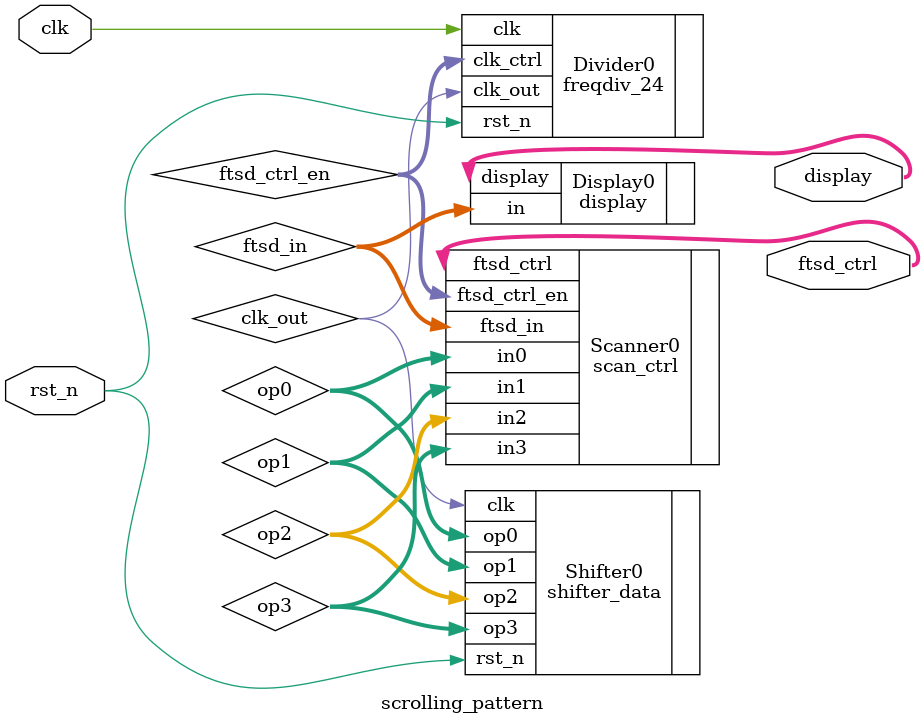
<source format=v>
`timescale 1ns / 1ps
module scrolling_pattern(
    display,
	 ftsd_ctrl,
	 clk,
	 rst_n
	 );
	 
	output [14:0] display;
	output [3:0] ftsd_ctrl;	
	input clk;
	input rst_n;

	wire clk_out;
	wire [2:0]op0,op1,op2,op3;
	wire [1:0] ftsd_ctrl_en;
	wire [3:0] ftsd_ctrl;
	wire [2:0] ftsd_in;
	//Display
	display Display0 (
		.display(display),
		.in(ftsd_in)
	);
	
	//Frequency
	freqdiv_24 Divider0 (
		.clk_out(clk_out),
		.clk_ctrl(ftsd_ctrl_en),
		.rst_n(rst_n),
		.clk(clk)
	);
	
	//Scan
	scan_ctrl Scanner0 (
	.ftsd_ctrl(ftsd_ctrl),
	.ftsd_in(ftsd_in),
	.in0(op0),
	.in1(op1),
	.in2(op2),
	.in3(op3),
	.ftsd_ctrl_en(ftsd_ctrl_en)
	);
	
	//Shifter
	shifter_data Shifter0 (
	.op0(op0),
	.op1(op1),
	.op2(op2),
	.op3(op3),
	.clk(clk_out),
	.rst_n(rst_n)
	);

endmodule

</source>
